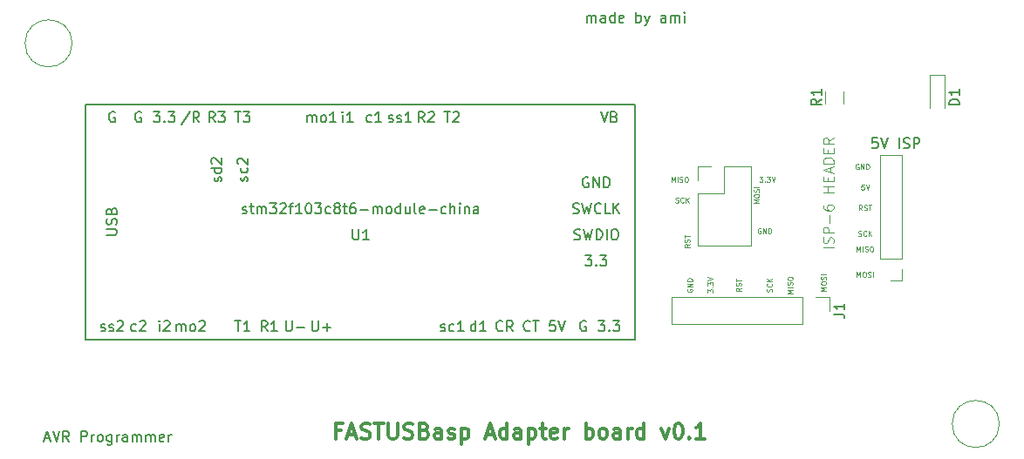
<source format=gto>
G04 #@! TF.FileFunction,Legend,Top*
%FSLAX46Y46*%
G04 Gerber Fmt 4.6, Leading zero omitted, Abs format (unit mm)*
G04 Created by KiCad (PCBNEW 4.0.7-e1-6374~58~ubuntu16.04.1) date Mon Aug  7 21:59:43 2017*
%MOMM*%
%LPD*%
G01*
G04 APERTURE LIST*
%ADD10C,0.100000*%
%ADD11C,0.150000*%
%ADD12C,0.300000*%
%ADD13C,0.200000*%
%ADD14C,0.120000*%
G04 APERTURE END LIST*
D10*
D11*
X161404761Y-138166667D02*
X161880952Y-138166667D01*
X161309523Y-138452381D02*
X161642856Y-137452381D01*
X161976190Y-138452381D01*
X162166666Y-137452381D02*
X162499999Y-138452381D01*
X162833333Y-137452381D01*
X163738095Y-138452381D02*
X163404761Y-137976190D01*
X163166666Y-138452381D02*
X163166666Y-137452381D01*
X163547619Y-137452381D01*
X163642857Y-137500000D01*
X163690476Y-137547619D01*
X163738095Y-137642857D01*
X163738095Y-137785714D01*
X163690476Y-137880952D01*
X163642857Y-137928571D01*
X163547619Y-137976190D01*
X163166666Y-137976190D01*
X164928571Y-138452381D02*
X164928571Y-137452381D01*
X165309524Y-137452381D01*
X165404762Y-137500000D01*
X165452381Y-137547619D01*
X165500000Y-137642857D01*
X165500000Y-137785714D01*
X165452381Y-137880952D01*
X165404762Y-137928571D01*
X165309524Y-137976190D01*
X164928571Y-137976190D01*
X165928571Y-138452381D02*
X165928571Y-137785714D01*
X165928571Y-137976190D02*
X165976190Y-137880952D01*
X166023809Y-137833333D01*
X166119047Y-137785714D01*
X166214286Y-137785714D01*
X166690476Y-138452381D02*
X166595238Y-138404762D01*
X166547619Y-138357143D01*
X166500000Y-138261905D01*
X166500000Y-137976190D01*
X166547619Y-137880952D01*
X166595238Y-137833333D01*
X166690476Y-137785714D01*
X166833334Y-137785714D01*
X166928572Y-137833333D01*
X166976191Y-137880952D01*
X167023810Y-137976190D01*
X167023810Y-138261905D01*
X166976191Y-138357143D01*
X166928572Y-138404762D01*
X166833334Y-138452381D01*
X166690476Y-138452381D01*
X167880953Y-137785714D02*
X167880953Y-138595238D01*
X167833334Y-138690476D01*
X167785715Y-138738095D01*
X167690476Y-138785714D01*
X167547619Y-138785714D01*
X167452381Y-138738095D01*
X167880953Y-138404762D02*
X167785715Y-138452381D01*
X167595238Y-138452381D01*
X167500000Y-138404762D01*
X167452381Y-138357143D01*
X167404762Y-138261905D01*
X167404762Y-137976190D01*
X167452381Y-137880952D01*
X167500000Y-137833333D01*
X167595238Y-137785714D01*
X167785715Y-137785714D01*
X167880953Y-137833333D01*
X168357143Y-138452381D02*
X168357143Y-137785714D01*
X168357143Y-137976190D02*
X168404762Y-137880952D01*
X168452381Y-137833333D01*
X168547619Y-137785714D01*
X168642858Y-137785714D01*
X169404763Y-138452381D02*
X169404763Y-137928571D01*
X169357144Y-137833333D01*
X169261906Y-137785714D01*
X169071429Y-137785714D01*
X168976191Y-137833333D01*
X169404763Y-138404762D02*
X169309525Y-138452381D01*
X169071429Y-138452381D01*
X168976191Y-138404762D01*
X168928572Y-138309524D01*
X168928572Y-138214286D01*
X168976191Y-138119048D01*
X169071429Y-138071429D01*
X169309525Y-138071429D01*
X169404763Y-138023810D01*
X169880953Y-138452381D02*
X169880953Y-137785714D01*
X169880953Y-137880952D02*
X169928572Y-137833333D01*
X170023810Y-137785714D01*
X170166668Y-137785714D01*
X170261906Y-137833333D01*
X170309525Y-137928571D01*
X170309525Y-138452381D01*
X170309525Y-137928571D02*
X170357144Y-137833333D01*
X170452382Y-137785714D01*
X170595239Y-137785714D01*
X170690477Y-137833333D01*
X170738096Y-137928571D01*
X170738096Y-138452381D01*
X171214286Y-138452381D02*
X171214286Y-137785714D01*
X171214286Y-137880952D02*
X171261905Y-137833333D01*
X171357143Y-137785714D01*
X171500001Y-137785714D01*
X171595239Y-137833333D01*
X171642858Y-137928571D01*
X171642858Y-138452381D01*
X171642858Y-137928571D02*
X171690477Y-137833333D01*
X171785715Y-137785714D01*
X171928572Y-137785714D01*
X172023810Y-137833333D01*
X172071429Y-137928571D01*
X172071429Y-138452381D01*
X172928572Y-138404762D02*
X172833334Y-138452381D01*
X172642857Y-138452381D01*
X172547619Y-138404762D01*
X172500000Y-138309524D01*
X172500000Y-137928571D01*
X172547619Y-137833333D01*
X172642857Y-137785714D01*
X172833334Y-137785714D01*
X172928572Y-137833333D01*
X172976191Y-137928571D01*
X172976191Y-138023810D01*
X172500000Y-138119048D01*
X173404762Y-138452381D02*
X173404762Y-137785714D01*
X173404762Y-137976190D02*
X173452381Y-137880952D01*
X173500000Y-137833333D01*
X173595238Y-137785714D01*
X173690477Y-137785714D01*
D10*
X240369047Y-111500000D02*
X240321428Y-111476190D01*
X240250000Y-111476190D01*
X240178571Y-111500000D01*
X240130952Y-111547619D01*
X240107143Y-111595238D01*
X240083333Y-111690476D01*
X240083333Y-111761905D01*
X240107143Y-111857143D01*
X240130952Y-111904762D01*
X240178571Y-111952381D01*
X240250000Y-111976190D01*
X240297619Y-111976190D01*
X240369047Y-111952381D01*
X240392857Y-111928571D01*
X240392857Y-111761905D01*
X240297619Y-111761905D01*
X240607143Y-111976190D02*
X240607143Y-111476190D01*
X240892857Y-111976190D01*
X240892857Y-111476190D01*
X241130953Y-111976190D02*
X241130953Y-111476190D01*
X241250000Y-111476190D01*
X241321429Y-111500000D01*
X241369048Y-111547619D01*
X241392857Y-111595238D01*
X241416667Y-111690476D01*
X241416667Y-111761905D01*
X241392857Y-111857143D01*
X241369048Y-111904762D01*
X241321429Y-111952381D01*
X241250000Y-111976190D01*
X241130953Y-111976190D01*
X240904763Y-113476190D02*
X240666668Y-113476190D01*
X240642858Y-113714286D01*
X240666668Y-113690476D01*
X240714287Y-113666667D01*
X240833334Y-113666667D01*
X240880953Y-113690476D01*
X240904763Y-113714286D01*
X240928572Y-113761905D01*
X240928572Y-113880952D01*
X240904763Y-113928571D01*
X240880953Y-113952381D01*
X240833334Y-113976190D01*
X240714287Y-113976190D01*
X240666668Y-113952381D01*
X240642858Y-113928571D01*
X241071429Y-113476190D02*
X241238096Y-113976190D01*
X241404762Y-113476190D01*
X240726191Y-115976190D02*
X240559524Y-115738095D01*
X240440477Y-115976190D02*
X240440477Y-115476190D01*
X240630953Y-115476190D01*
X240678572Y-115500000D01*
X240702381Y-115523810D01*
X240726191Y-115571429D01*
X240726191Y-115642857D01*
X240702381Y-115690476D01*
X240678572Y-115714286D01*
X240630953Y-115738095D01*
X240440477Y-115738095D01*
X240916667Y-115952381D02*
X240988096Y-115976190D01*
X241107143Y-115976190D01*
X241154762Y-115952381D01*
X241178572Y-115928571D01*
X241202381Y-115880952D01*
X241202381Y-115833333D01*
X241178572Y-115785714D01*
X241154762Y-115761905D01*
X241107143Y-115738095D01*
X241011905Y-115714286D01*
X240964286Y-115690476D01*
X240940477Y-115666667D01*
X240916667Y-115619048D01*
X240916667Y-115571429D01*
X240940477Y-115523810D01*
X240964286Y-115500000D01*
X241011905Y-115476190D01*
X241130953Y-115476190D01*
X241202381Y-115500000D01*
X241345238Y-115476190D02*
X241630952Y-115476190D01*
X241488095Y-115976190D02*
X241488095Y-115476190D01*
X240357143Y-118452381D02*
X240428572Y-118476190D01*
X240547619Y-118476190D01*
X240595238Y-118452381D01*
X240619048Y-118428571D01*
X240642857Y-118380952D01*
X240642857Y-118333333D01*
X240619048Y-118285714D01*
X240595238Y-118261905D01*
X240547619Y-118238095D01*
X240452381Y-118214286D01*
X240404762Y-118190476D01*
X240380953Y-118166667D01*
X240357143Y-118119048D01*
X240357143Y-118071429D01*
X240380953Y-118023810D01*
X240404762Y-118000000D01*
X240452381Y-117976190D01*
X240571429Y-117976190D01*
X240642857Y-118000000D01*
X241142857Y-118428571D02*
X241119047Y-118452381D01*
X241047619Y-118476190D01*
X241000000Y-118476190D01*
X240928571Y-118452381D01*
X240880952Y-118404762D01*
X240857143Y-118357143D01*
X240833333Y-118261905D01*
X240833333Y-118190476D01*
X240857143Y-118095238D01*
X240880952Y-118047619D01*
X240928571Y-118000000D01*
X241000000Y-117976190D01*
X241047619Y-117976190D01*
X241119047Y-118000000D01*
X241142857Y-118023810D01*
X241357143Y-118476190D02*
X241357143Y-117976190D01*
X241642857Y-118476190D02*
X241428571Y-118190476D01*
X241642857Y-117976190D02*
X241357143Y-118261905D01*
X240214286Y-119976190D02*
X240214286Y-119476190D01*
X240380952Y-119833333D01*
X240547619Y-119476190D01*
X240547619Y-119976190D01*
X240785715Y-119976190D02*
X240785715Y-119476190D01*
X241000000Y-119952381D02*
X241071429Y-119976190D01*
X241190476Y-119976190D01*
X241238095Y-119952381D01*
X241261905Y-119928571D01*
X241285714Y-119880952D01*
X241285714Y-119833333D01*
X241261905Y-119785714D01*
X241238095Y-119761905D01*
X241190476Y-119738095D01*
X241095238Y-119714286D01*
X241047619Y-119690476D01*
X241023810Y-119666667D01*
X241000000Y-119619048D01*
X241000000Y-119571429D01*
X241023810Y-119523810D01*
X241047619Y-119500000D01*
X241095238Y-119476190D01*
X241214286Y-119476190D01*
X241285714Y-119500000D01*
X241595238Y-119476190D02*
X241690476Y-119476190D01*
X241738095Y-119500000D01*
X241785714Y-119547619D01*
X241809523Y-119642857D01*
X241809523Y-119809524D01*
X241785714Y-119904762D01*
X241738095Y-119952381D01*
X241690476Y-119976190D01*
X241595238Y-119976190D01*
X241547619Y-119952381D01*
X241500000Y-119904762D01*
X241476190Y-119809524D01*
X241476190Y-119642857D01*
X241500000Y-119547619D01*
X241547619Y-119500000D01*
X241595238Y-119476190D01*
X240214286Y-122476190D02*
X240214286Y-121976190D01*
X240380952Y-122333333D01*
X240547619Y-121976190D01*
X240547619Y-122476190D01*
X240880953Y-121976190D02*
X240976191Y-121976190D01*
X241023810Y-122000000D01*
X241071429Y-122047619D01*
X241095238Y-122142857D01*
X241095238Y-122309524D01*
X241071429Y-122404762D01*
X241023810Y-122452381D01*
X240976191Y-122476190D01*
X240880953Y-122476190D01*
X240833334Y-122452381D01*
X240785715Y-122404762D01*
X240761905Y-122309524D01*
X240761905Y-122142857D01*
X240785715Y-122047619D01*
X240833334Y-122000000D01*
X240880953Y-121976190D01*
X241285715Y-122452381D02*
X241357144Y-122476190D01*
X241476191Y-122476190D01*
X241523810Y-122452381D01*
X241547620Y-122428571D01*
X241571429Y-122380952D01*
X241571429Y-122333333D01*
X241547620Y-122285714D01*
X241523810Y-122261905D01*
X241476191Y-122238095D01*
X241380953Y-122214286D01*
X241333334Y-122190476D01*
X241309525Y-122166667D01*
X241285715Y-122119048D01*
X241285715Y-122071429D01*
X241309525Y-122023810D01*
X241333334Y-122000000D01*
X241380953Y-121976190D01*
X241500001Y-121976190D01*
X241571429Y-122000000D01*
X241785715Y-122476190D02*
X241785715Y-121976190D01*
D12*
X190107144Y-137392857D02*
X189607144Y-137392857D01*
X189607144Y-138178571D02*
X189607144Y-136678571D01*
X190321430Y-136678571D01*
X190821429Y-137750000D02*
X191535715Y-137750000D01*
X190678572Y-138178571D02*
X191178572Y-136678571D01*
X191678572Y-138178571D01*
X192107143Y-138107143D02*
X192321429Y-138178571D01*
X192678572Y-138178571D01*
X192821429Y-138107143D01*
X192892858Y-138035714D01*
X192964286Y-137892857D01*
X192964286Y-137750000D01*
X192892858Y-137607143D01*
X192821429Y-137535714D01*
X192678572Y-137464286D01*
X192392858Y-137392857D01*
X192250000Y-137321429D01*
X192178572Y-137250000D01*
X192107143Y-137107143D01*
X192107143Y-136964286D01*
X192178572Y-136821429D01*
X192250000Y-136750000D01*
X192392858Y-136678571D01*
X192750000Y-136678571D01*
X192964286Y-136750000D01*
X193392857Y-136678571D02*
X194250000Y-136678571D01*
X193821429Y-138178571D02*
X193821429Y-136678571D01*
X194750000Y-136678571D02*
X194750000Y-137892857D01*
X194821428Y-138035714D01*
X194892857Y-138107143D01*
X195035714Y-138178571D01*
X195321428Y-138178571D01*
X195464286Y-138107143D01*
X195535714Y-138035714D01*
X195607143Y-137892857D01*
X195607143Y-136678571D01*
X196250000Y-138107143D02*
X196464286Y-138178571D01*
X196821429Y-138178571D01*
X196964286Y-138107143D01*
X197035715Y-138035714D01*
X197107143Y-137892857D01*
X197107143Y-137750000D01*
X197035715Y-137607143D01*
X196964286Y-137535714D01*
X196821429Y-137464286D01*
X196535715Y-137392857D01*
X196392857Y-137321429D01*
X196321429Y-137250000D01*
X196250000Y-137107143D01*
X196250000Y-136964286D01*
X196321429Y-136821429D01*
X196392857Y-136750000D01*
X196535715Y-136678571D01*
X196892857Y-136678571D01*
X197107143Y-136750000D01*
X198250000Y-137392857D02*
X198464286Y-137464286D01*
X198535714Y-137535714D01*
X198607143Y-137678571D01*
X198607143Y-137892857D01*
X198535714Y-138035714D01*
X198464286Y-138107143D01*
X198321428Y-138178571D01*
X197750000Y-138178571D01*
X197750000Y-136678571D01*
X198250000Y-136678571D01*
X198392857Y-136750000D01*
X198464286Y-136821429D01*
X198535714Y-136964286D01*
X198535714Y-137107143D01*
X198464286Y-137250000D01*
X198392857Y-137321429D01*
X198250000Y-137392857D01*
X197750000Y-137392857D01*
X199892857Y-138178571D02*
X199892857Y-137392857D01*
X199821428Y-137250000D01*
X199678571Y-137178571D01*
X199392857Y-137178571D01*
X199250000Y-137250000D01*
X199892857Y-138107143D02*
X199750000Y-138178571D01*
X199392857Y-138178571D01*
X199250000Y-138107143D01*
X199178571Y-137964286D01*
X199178571Y-137821429D01*
X199250000Y-137678571D01*
X199392857Y-137607143D01*
X199750000Y-137607143D01*
X199892857Y-137535714D01*
X200535714Y-138107143D02*
X200678571Y-138178571D01*
X200964286Y-138178571D01*
X201107143Y-138107143D01*
X201178571Y-137964286D01*
X201178571Y-137892857D01*
X201107143Y-137750000D01*
X200964286Y-137678571D01*
X200750000Y-137678571D01*
X200607143Y-137607143D01*
X200535714Y-137464286D01*
X200535714Y-137392857D01*
X200607143Y-137250000D01*
X200750000Y-137178571D01*
X200964286Y-137178571D01*
X201107143Y-137250000D01*
X201821429Y-137178571D02*
X201821429Y-138678571D01*
X201821429Y-137250000D02*
X201964286Y-137178571D01*
X202250000Y-137178571D01*
X202392857Y-137250000D01*
X202464286Y-137321429D01*
X202535715Y-137464286D01*
X202535715Y-137892857D01*
X202464286Y-138035714D01*
X202392857Y-138107143D01*
X202250000Y-138178571D01*
X201964286Y-138178571D01*
X201821429Y-138107143D01*
X204250000Y-137750000D02*
X204964286Y-137750000D01*
X204107143Y-138178571D02*
X204607143Y-136678571D01*
X205107143Y-138178571D01*
X206250000Y-138178571D02*
X206250000Y-136678571D01*
X206250000Y-138107143D02*
X206107143Y-138178571D01*
X205821429Y-138178571D01*
X205678571Y-138107143D01*
X205607143Y-138035714D01*
X205535714Y-137892857D01*
X205535714Y-137464286D01*
X205607143Y-137321429D01*
X205678571Y-137250000D01*
X205821429Y-137178571D01*
X206107143Y-137178571D01*
X206250000Y-137250000D01*
X207607143Y-138178571D02*
X207607143Y-137392857D01*
X207535714Y-137250000D01*
X207392857Y-137178571D01*
X207107143Y-137178571D01*
X206964286Y-137250000D01*
X207607143Y-138107143D02*
X207464286Y-138178571D01*
X207107143Y-138178571D01*
X206964286Y-138107143D01*
X206892857Y-137964286D01*
X206892857Y-137821429D01*
X206964286Y-137678571D01*
X207107143Y-137607143D01*
X207464286Y-137607143D01*
X207607143Y-137535714D01*
X208321429Y-137178571D02*
X208321429Y-138678571D01*
X208321429Y-137250000D02*
X208464286Y-137178571D01*
X208750000Y-137178571D01*
X208892857Y-137250000D01*
X208964286Y-137321429D01*
X209035715Y-137464286D01*
X209035715Y-137892857D01*
X208964286Y-138035714D01*
X208892857Y-138107143D01*
X208750000Y-138178571D01*
X208464286Y-138178571D01*
X208321429Y-138107143D01*
X209464286Y-137178571D02*
X210035715Y-137178571D01*
X209678572Y-136678571D02*
X209678572Y-137964286D01*
X209750000Y-138107143D01*
X209892858Y-138178571D01*
X210035715Y-138178571D01*
X211107143Y-138107143D02*
X210964286Y-138178571D01*
X210678572Y-138178571D01*
X210535715Y-138107143D01*
X210464286Y-137964286D01*
X210464286Y-137392857D01*
X210535715Y-137250000D01*
X210678572Y-137178571D01*
X210964286Y-137178571D01*
X211107143Y-137250000D01*
X211178572Y-137392857D01*
X211178572Y-137535714D01*
X210464286Y-137678571D01*
X211821429Y-138178571D02*
X211821429Y-137178571D01*
X211821429Y-137464286D02*
X211892857Y-137321429D01*
X211964286Y-137250000D01*
X212107143Y-137178571D01*
X212250000Y-137178571D01*
X213892857Y-138178571D02*
X213892857Y-136678571D01*
X213892857Y-137250000D02*
X214035714Y-137178571D01*
X214321428Y-137178571D01*
X214464285Y-137250000D01*
X214535714Y-137321429D01*
X214607143Y-137464286D01*
X214607143Y-137892857D01*
X214535714Y-138035714D01*
X214464285Y-138107143D01*
X214321428Y-138178571D01*
X214035714Y-138178571D01*
X213892857Y-138107143D01*
X215464286Y-138178571D02*
X215321428Y-138107143D01*
X215250000Y-138035714D01*
X215178571Y-137892857D01*
X215178571Y-137464286D01*
X215250000Y-137321429D01*
X215321428Y-137250000D01*
X215464286Y-137178571D01*
X215678571Y-137178571D01*
X215821428Y-137250000D01*
X215892857Y-137321429D01*
X215964286Y-137464286D01*
X215964286Y-137892857D01*
X215892857Y-138035714D01*
X215821428Y-138107143D01*
X215678571Y-138178571D01*
X215464286Y-138178571D01*
X217250000Y-138178571D02*
X217250000Y-137392857D01*
X217178571Y-137250000D01*
X217035714Y-137178571D01*
X216750000Y-137178571D01*
X216607143Y-137250000D01*
X217250000Y-138107143D02*
X217107143Y-138178571D01*
X216750000Y-138178571D01*
X216607143Y-138107143D01*
X216535714Y-137964286D01*
X216535714Y-137821429D01*
X216607143Y-137678571D01*
X216750000Y-137607143D01*
X217107143Y-137607143D01*
X217250000Y-137535714D01*
X217964286Y-138178571D02*
X217964286Y-137178571D01*
X217964286Y-137464286D02*
X218035714Y-137321429D01*
X218107143Y-137250000D01*
X218250000Y-137178571D01*
X218392857Y-137178571D01*
X219535714Y-138178571D02*
X219535714Y-136678571D01*
X219535714Y-138107143D02*
X219392857Y-138178571D01*
X219107143Y-138178571D01*
X218964285Y-138107143D01*
X218892857Y-138035714D01*
X218821428Y-137892857D01*
X218821428Y-137464286D01*
X218892857Y-137321429D01*
X218964285Y-137250000D01*
X219107143Y-137178571D01*
X219392857Y-137178571D01*
X219535714Y-137250000D01*
X221250000Y-137178571D02*
X221607143Y-138178571D01*
X221964285Y-137178571D01*
X222821428Y-136678571D02*
X222964285Y-136678571D01*
X223107142Y-136750000D01*
X223178571Y-136821429D01*
X223250000Y-136964286D01*
X223321428Y-137250000D01*
X223321428Y-137607143D01*
X223250000Y-137892857D01*
X223178571Y-138035714D01*
X223107142Y-138107143D01*
X222964285Y-138178571D01*
X222821428Y-138178571D01*
X222678571Y-138107143D01*
X222607142Y-138035714D01*
X222535714Y-137892857D01*
X222464285Y-137607143D01*
X222464285Y-137250000D01*
X222535714Y-136964286D01*
X222607142Y-136821429D01*
X222678571Y-136750000D01*
X222821428Y-136678571D01*
X223964285Y-138035714D02*
X224035713Y-138107143D01*
X223964285Y-138178571D01*
X223892856Y-138107143D01*
X223964285Y-138035714D01*
X223964285Y-138178571D01*
X225464285Y-138178571D02*
X224607142Y-138178571D01*
X225035714Y-138178571D02*
X225035714Y-136678571D01*
X224892857Y-136892857D01*
X224749999Y-137035714D01*
X224607142Y-137107143D01*
D13*
X214035714Y-97702381D02*
X214035714Y-97035714D01*
X214035714Y-97130952D02*
X214083333Y-97083333D01*
X214178571Y-97035714D01*
X214321429Y-97035714D01*
X214416667Y-97083333D01*
X214464286Y-97178571D01*
X214464286Y-97702381D01*
X214464286Y-97178571D02*
X214511905Y-97083333D01*
X214607143Y-97035714D01*
X214750000Y-97035714D01*
X214845238Y-97083333D01*
X214892857Y-97178571D01*
X214892857Y-97702381D01*
X215797619Y-97702381D02*
X215797619Y-97178571D01*
X215750000Y-97083333D01*
X215654762Y-97035714D01*
X215464285Y-97035714D01*
X215369047Y-97083333D01*
X215797619Y-97654762D02*
X215702381Y-97702381D01*
X215464285Y-97702381D01*
X215369047Y-97654762D01*
X215321428Y-97559524D01*
X215321428Y-97464286D01*
X215369047Y-97369048D01*
X215464285Y-97321429D01*
X215702381Y-97321429D01*
X215797619Y-97273810D01*
X216702381Y-97702381D02*
X216702381Y-96702381D01*
X216702381Y-97654762D02*
X216607143Y-97702381D01*
X216416666Y-97702381D01*
X216321428Y-97654762D01*
X216273809Y-97607143D01*
X216226190Y-97511905D01*
X216226190Y-97226190D01*
X216273809Y-97130952D01*
X216321428Y-97083333D01*
X216416666Y-97035714D01*
X216607143Y-97035714D01*
X216702381Y-97083333D01*
X217559524Y-97654762D02*
X217464286Y-97702381D01*
X217273809Y-97702381D01*
X217178571Y-97654762D01*
X217130952Y-97559524D01*
X217130952Y-97178571D01*
X217178571Y-97083333D01*
X217273809Y-97035714D01*
X217464286Y-97035714D01*
X217559524Y-97083333D01*
X217607143Y-97178571D01*
X217607143Y-97273810D01*
X217130952Y-97369048D01*
X218797619Y-97702381D02*
X218797619Y-96702381D01*
X218797619Y-97083333D02*
X218892857Y-97035714D01*
X219083334Y-97035714D01*
X219178572Y-97083333D01*
X219226191Y-97130952D01*
X219273810Y-97226190D01*
X219273810Y-97511905D01*
X219226191Y-97607143D01*
X219178572Y-97654762D01*
X219083334Y-97702381D01*
X218892857Y-97702381D01*
X218797619Y-97654762D01*
X219607143Y-97035714D02*
X219845238Y-97702381D01*
X220083334Y-97035714D02*
X219845238Y-97702381D01*
X219750000Y-97940476D01*
X219702381Y-97988095D01*
X219607143Y-98035714D01*
X221654763Y-97702381D02*
X221654763Y-97178571D01*
X221607144Y-97083333D01*
X221511906Y-97035714D01*
X221321429Y-97035714D01*
X221226191Y-97083333D01*
X221654763Y-97654762D02*
X221559525Y-97702381D01*
X221321429Y-97702381D01*
X221226191Y-97654762D01*
X221178572Y-97559524D01*
X221178572Y-97464286D01*
X221226191Y-97369048D01*
X221321429Y-97321429D01*
X221559525Y-97321429D01*
X221654763Y-97273810D01*
X222130953Y-97702381D02*
X222130953Y-97035714D01*
X222130953Y-97130952D02*
X222178572Y-97083333D01*
X222273810Y-97035714D01*
X222416668Y-97035714D01*
X222511906Y-97083333D01*
X222559525Y-97178571D01*
X222559525Y-97702381D01*
X222559525Y-97178571D02*
X222607144Y-97083333D01*
X222702382Y-97035714D01*
X222845239Y-97035714D01*
X222940477Y-97083333D01*
X222988096Y-97178571D01*
X222988096Y-97702381D01*
X223464286Y-97702381D02*
X223464286Y-97035714D01*
X223464286Y-96702381D02*
X223416667Y-96750000D01*
X223464286Y-96797619D01*
X223511905Y-96750000D01*
X223464286Y-96702381D01*
X223464286Y-96797619D01*
D10*
X223750000Y-123630953D02*
X223726190Y-123678572D01*
X223726190Y-123750000D01*
X223750000Y-123821429D01*
X223797619Y-123869048D01*
X223845238Y-123892857D01*
X223940476Y-123916667D01*
X224011905Y-123916667D01*
X224107143Y-123892857D01*
X224154762Y-123869048D01*
X224202381Y-123821429D01*
X224226190Y-123750000D01*
X224226190Y-123702381D01*
X224202381Y-123630953D01*
X224178571Y-123607143D01*
X224011905Y-123607143D01*
X224011905Y-123702381D01*
X224226190Y-123392857D02*
X223726190Y-123392857D01*
X224226190Y-123107143D01*
X223726190Y-123107143D01*
X224226190Y-122869047D02*
X223726190Y-122869047D01*
X223726190Y-122750000D01*
X223750000Y-122678571D01*
X223797619Y-122630952D01*
X223845238Y-122607143D01*
X223940476Y-122583333D01*
X224011905Y-122583333D01*
X224107143Y-122607143D01*
X224154762Y-122630952D01*
X224202381Y-122678571D01*
X224226190Y-122750000D01*
X224226190Y-122869047D01*
X225726190Y-123988094D02*
X225726190Y-123678571D01*
X225916667Y-123845237D01*
X225916667Y-123773809D01*
X225940476Y-123726190D01*
X225964286Y-123702380D01*
X226011905Y-123678571D01*
X226130952Y-123678571D01*
X226178571Y-123702380D01*
X226202381Y-123726190D01*
X226226190Y-123773809D01*
X226226190Y-123916666D01*
X226202381Y-123964285D01*
X226178571Y-123988094D01*
X226178571Y-123464285D02*
X226202381Y-123440476D01*
X226226190Y-123464285D01*
X226202381Y-123488095D01*
X226178571Y-123464285D01*
X226226190Y-123464285D01*
X225726190Y-123273809D02*
X225726190Y-122964286D01*
X225916667Y-123130952D01*
X225916667Y-123059524D01*
X225940476Y-123011905D01*
X225964286Y-122988095D01*
X226011905Y-122964286D01*
X226130952Y-122964286D01*
X226178571Y-122988095D01*
X226202381Y-123011905D01*
X226226190Y-123059524D01*
X226226190Y-123202381D01*
X226202381Y-123250000D01*
X226178571Y-123273809D01*
X225726190Y-122821429D02*
X226226190Y-122654762D01*
X225726190Y-122488096D01*
X228976190Y-123523809D02*
X228738095Y-123690476D01*
X228976190Y-123809523D02*
X228476190Y-123809523D01*
X228476190Y-123619047D01*
X228500000Y-123571428D01*
X228523810Y-123547619D01*
X228571429Y-123523809D01*
X228642857Y-123523809D01*
X228690476Y-123547619D01*
X228714286Y-123571428D01*
X228738095Y-123619047D01*
X228738095Y-123809523D01*
X228952381Y-123333333D02*
X228976190Y-123261904D01*
X228976190Y-123142857D01*
X228952381Y-123095238D01*
X228928571Y-123071428D01*
X228880952Y-123047619D01*
X228833333Y-123047619D01*
X228785714Y-123071428D01*
X228761905Y-123095238D01*
X228738095Y-123142857D01*
X228714286Y-123238095D01*
X228690476Y-123285714D01*
X228666667Y-123309523D01*
X228619048Y-123333333D01*
X228571429Y-123333333D01*
X228523810Y-123309523D01*
X228500000Y-123285714D01*
X228476190Y-123238095D01*
X228476190Y-123119047D01*
X228500000Y-123047619D01*
X228476190Y-122904762D02*
X228476190Y-122619048D01*
X228976190Y-122761905D02*
X228476190Y-122761905D01*
X231952381Y-123892857D02*
X231976190Y-123821428D01*
X231976190Y-123702381D01*
X231952381Y-123654762D01*
X231928571Y-123630952D01*
X231880952Y-123607143D01*
X231833333Y-123607143D01*
X231785714Y-123630952D01*
X231761905Y-123654762D01*
X231738095Y-123702381D01*
X231714286Y-123797619D01*
X231690476Y-123845238D01*
X231666667Y-123869047D01*
X231619048Y-123892857D01*
X231571429Y-123892857D01*
X231523810Y-123869047D01*
X231500000Y-123845238D01*
X231476190Y-123797619D01*
X231476190Y-123678571D01*
X231500000Y-123607143D01*
X231928571Y-123107143D02*
X231952381Y-123130953D01*
X231976190Y-123202381D01*
X231976190Y-123250000D01*
X231952381Y-123321429D01*
X231904762Y-123369048D01*
X231857143Y-123392857D01*
X231761905Y-123416667D01*
X231690476Y-123416667D01*
X231595238Y-123392857D01*
X231547619Y-123369048D01*
X231500000Y-123321429D01*
X231476190Y-123250000D01*
X231476190Y-123202381D01*
X231500000Y-123130953D01*
X231523810Y-123107143D01*
X231976190Y-122892857D02*
X231476190Y-122892857D01*
X231976190Y-122607143D02*
X231690476Y-122821429D01*
X231476190Y-122607143D02*
X231761905Y-122892857D01*
X233976190Y-124035714D02*
X233476190Y-124035714D01*
X233833333Y-123869048D01*
X233476190Y-123702381D01*
X233976190Y-123702381D01*
X233976190Y-123464285D02*
X233476190Y-123464285D01*
X233952381Y-123250000D02*
X233976190Y-123178571D01*
X233976190Y-123059524D01*
X233952381Y-123011905D01*
X233928571Y-122988095D01*
X233880952Y-122964286D01*
X233833333Y-122964286D01*
X233785714Y-122988095D01*
X233761905Y-123011905D01*
X233738095Y-123059524D01*
X233714286Y-123154762D01*
X233690476Y-123202381D01*
X233666667Y-123226190D01*
X233619048Y-123250000D01*
X233571429Y-123250000D01*
X233523810Y-123226190D01*
X233500000Y-123202381D01*
X233476190Y-123154762D01*
X233476190Y-123035714D01*
X233500000Y-122964286D01*
X233476190Y-122654762D02*
X233476190Y-122559524D01*
X233500000Y-122511905D01*
X233547619Y-122464286D01*
X233642857Y-122440477D01*
X233809524Y-122440477D01*
X233904762Y-122464286D01*
X233952381Y-122511905D01*
X233976190Y-122559524D01*
X233976190Y-122654762D01*
X233952381Y-122702381D01*
X233904762Y-122750000D01*
X233809524Y-122773810D01*
X233642857Y-122773810D01*
X233547619Y-122750000D01*
X233500000Y-122702381D01*
X233476190Y-122654762D01*
X237226190Y-123785714D02*
X236726190Y-123785714D01*
X237083333Y-123619048D01*
X236726190Y-123452381D01*
X237226190Y-123452381D01*
X236726190Y-123119047D02*
X236726190Y-123023809D01*
X236750000Y-122976190D01*
X236797619Y-122928571D01*
X236892857Y-122904762D01*
X237059524Y-122904762D01*
X237154762Y-122928571D01*
X237202381Y-122976190D01*
X237226190Y-123023809D01*
X237226190Y-123119047D01*
X237202381Y-123166666D01*
X237154762Y-123214285D01*
X237059524Y-123238095D01*
X236892857Y-123238095D01*
X236797619Y-123214285D01*
X236750000Y-123166666D01*
X236726190Y-123119047D01*
X237202381Y-122714285D02*
X237226190Y-122642856D01*
X237226190Y-122523809D01*
X237202381Y-122476190D01*
X237178571Y-122452380D01*
X237130952Y-122428571D01*
X237083333Y-122428571D01*
X237035714Y-122452380D01*
X237011905Y-122476190D01*
X236988095Y-122523809D01*
X236964286Y-122619047D01*
X236940476Y-122666666D01*
X236916667Y-122690475D01*
X236869048Y-122714285D01*
X236821429Y-122714285D01*
X236773810Y-122690475D01*
X236750000Y-122666666D01*
X236726190Y-122619047D01*
X236726190Y-122499999D01*
X236750000Y-122428571D01*
X237226190Y-122214285D02*
X236726190Y-122214285D01*
X230869047Y-117750000D02*
X230821428Y-117726190D01*
X230750000Y-117726190D01*
X230678571Y-117750000D01*
X230630952Y-117797619D01*
X230607143Y-117845238D01*
X230583333Y-117940476D01*
X230583333Y-118011905D01*
X230607143Y-118107143D01*
X230630952Y-118154762D01*
X230678571Y-118202381D01*
X230750000Y-118226190D01*
X230797619Y-118226190D01*
X230869047Y-118202381D01*
X230892857Y-118178571D01*
X230892857Y-118011905D01*
X230797619Y-118011905D01*
X231107143Y-118226190D02*
X231107143Y-117726190D01*
X231392857Y-118226190D01*
X231392857Y-117726190D01*
X231630953Y-118226190D02*
X231630953Y-117726190D01*
X231750000Y-117726190D01*
X231821429Y-117750000D01*
X231869048Y-117797619D01*
X231892857Y-117845238D01*
X231916667Y-117940476D01*
X231916667Y-118011905D01*
X231892857Y-118107143D01*
X231869048Y-118154762D01*
X231821429Y-118202381D01*
X231750000Y-118226190D01*
X231630953Y-118226190D01*
X230726190Y-115285714D02*
X230226190Y-115285714D01*
X230583333Y-115119048D01*
X230226190Y-114952381D01*
X230726190Y-114952381D01*
X230226190Y-114619047D02*
X230226190Y-114523809D01*
X230250000Y-114476190D01*
X230297619Y-114428571D01*
X230392857Y-114404762D01*
X230559524Y-114404762D01*
X230654762Y-114428571D01*
X230702381Y-114476190D01*
X230726190Y-114523809D01*
X230726190Y-114619047D01*
X230702381Y-114666666D01*
X230654762Y-114714285D01*
X230559524Y-114738095D01*
X230392857Y-114738095D01*
X230297619Y-114714285D01*
X230250000Y-114666666D01*
X230226190Y-114619047D01*
X230702381Y-114214285D02*
X230726190Y-114142856D01*
X230726190Y-114023809D01*
X230702381Y-113976190D01*
X230678571Y-113952380D01*
X230630952Y-113928571D01*
X230583333Y-113928571D01*
X230535714Y-113952380D01*
X230511905Y-113976190D01*
X230488095Y-114023809D01*
X230464286Y-114119047D01*
X230440476Y-114166666D01*
X230416667Y-114190475D01*
X230369048Y-114214285D01*
X230321429Y-114214285D01*
X230273810Y-114190475D01*
X230250000Y-114166666D01*
X230226190Y-114119047D01*
X230226190Y-113999999D01*
X230250000Y-113928571D01*
X230726190Y-113714285D02*
X230226190Y-113714285D01*
X230761906Y-112726190D02*
X231071429Y-112726190D01*
X230904763Y-112916667D01*
X230976191Y-112916667D01*
X231023810Y-112940476D01*
X231047620Y-112964286D01*
X231071429Y-113011905D01*
X231071429Y-113130952D01*
X231047620Y-113178571D01*
X231023810Y-113202381D01*
X230976191Y-113226190D01*
X230833334Y-113226190D01*
X230785715Y-113202381D01*
X230761906Y-113178571D01*
X231285715Y-113178571D02*
X231309524Y-113202381D01*
X231285715Y-113226190D01*
X231261905Y-113202381D01*
X231285715Y-113178571D01*
X231285715Y-113226190D01*
X231476191Y-112726190D02*
X231785714Y-112726190D01*
X231619048Y-112916667D01*
X231690476Y-112916667D01*
X231738095Y-112940476D01*
X231761905Y-112964286D01*
X231785714Y-113011905D01*
X231785714Y-113130952D01*
X231761905Y-113178571D01*
X231738095Y-113202381D01*
X231690476Y-113226190D01*
X231547619Y-113226190D01*
X231500000Y-113202381D01*
X231476191Y-113178571D01*
X231928571Y-112726190D02*
X232095238Y-113226190D01*
X232261904Y-112726190D01*
X237942381Y-119609524D02*
X236942381Y-119609524D01*
X237894762Y-119180953D02*
X237942381Y-119038096D01*
X237942381Y-118800000D01*
X237894762Y-118704762D01*
X237847143Y-118657143D01*
X237751905Y-118609524D01*
X237656667Y-118609524D01*
X237561429Y-118657143D01*
X237513810Y-118704762D01*
X237466190Y-118800000D01*
X237418571Y-118990477D01*
X237370952Y-119085715D01*
X237323333Y-119133334D01*
X237228095Y-119180953D01*
X237132857Y-119180953D01*
X237037619Y-119133334D01*
X236990000Y-119085715D01*
X236942381Y-118990477D01*
X236942381Y-118752381D01*
X236990000Y-118609524D01*
X237942381Y-118180953D02*
X236942381Y-118180953D01*
X236942381Y-117800000D01*
X236990000Y-117704762D01*
X237037619Y-117657143D01*
X237132857Y-117609524D01*
X237275714Y-117609524D01*
X237370952Y-117657143D01*
X237418571Y-117704762D01*
X237466190Y-117800000D01*
X237466190Y-118180953D01*
X237561429Y-117180953D02*
X237561429Y-116419048D01*
X236942381Y-115514286D02*
X236942381Y-115704763D01*
X236990000Y-115800001D01*
X237037619Y-115847620D01*
X237180476Y-115942858D01*
X237370952Y-115990477D01*
X237751905Y-115990477D01*
X237847143Y-115942858D01*
X237894762Y-115895239D01*
X237942381Y-115800001D01*
X237942381Y-115609524D01*
X237894762Y-115514286D01*
X237847143Y-115466667D01*
X237751905Y-115419048D01*
X237513810Y-115419048D01*
X237418571Y-115466667D01*
X237370952Y-115514286D01*
X237323333Y-115609524D01*
X237323333Y-115800001D01*
X237370952Y-115895239D01*
X237418571Y-115942858D01*
X237513810Y-115990477D01*
X237942381Y-114228572D02*
X236942381Y-114228572D01*
X237418571Y-114228572D02*
X237418571Y-113657143D01*
X237942381Y-113657143D02*
X236942381Y-113657143D01*
X237418571Y-113180953D02*
X237418571Y-112847619D01*
X237942381Y-112704762D02*
X237942381Y-113180953D01*
X236942381Y-113180953D01*
X236942381Y-112704762D01*
X237656667Y-112323810D02*
X237656667Y-111847619D01*
X237942381Y-112419048D02*
X236942381Y-112085715D01*
X237942381Y-111752381D01*
X237942381Y-111419048D02*
X236942381Y-111419048D01*
X236942381Y-111180953D01*
X236990000Y-111038095D01*
X237085238Y-110942857D01*
X237180476Y-110895238D01*
X237370952Y-110847619D01*
X237513810Y-110847619D01*
X237704286Y-110895238D01*
X237799524Y-110942857D01*
X237894762Y-111038095D01*
X237942381Y-111180953D01*
X237942381Y-111419048D01*
X237418571Y-110419048D02*
X237418571Y-110085714D01*
X237942381Y-109942857D02*
X237942381Y-110419048D01*
X236942381Y-110419048D01*
X236942381Y-109942857D01*
X237942381Y-108942857D02*
X237466190Y-109276191D01*
X237942381Y-109514286D02*
X236942381Y-109514286D01*
X236942381Y-109133333D01*
X236990000Y-109038095D01*
X237037619Y-108990476D01*
X237132857Y-108942857D01*
X237275714Y-108942857D01*
X237370952Y-108990476D01*
X237418571Y-109038095D01*
X237466190Y-109133333D01*
X237466190Y-109514286D01*
X223976190Y-119273809D02*
X223738095Y-119440476D01*
X223976190Y-119559523D02*
X223476190Y-119559523D01*
X223476190Y-119369047D01*
X223500000Y-119321428D01*
X223523810Y-119297619D01*
X223571429Y-119273809D01*
X223642857Y-119273809D01*
X223690476Y-119297619D01*
X223714286Y-119321428D01*
X223738095Y-119369047D01*
X223738095Y-119559523D01*
X223952381Y-119083333D02*
X223976190Y-119011904D01*
X223976190Y-118892857D01*
X223952381Y-118845238D01*
X223928571Y-118821428D01*
X223880952Y-118797619D01*
X223833333Y-118797619D01*
X223785714Y-118821428D01*
X223761905Y-118845238D01*
X223738095Y-118892857D01*
X223714286Y-118988095D01*
X223690476Y-119035714D01*
X223666667Y-119059523D01*
X223619048Y-119083333D01*
X223571429Y-119083333D01*
X223523810Y-119059523D01*
X223500000Y-119035714D01*
X223476190Y-118988095D01*
X223476190Y-118869047D01*
X223500000Y-118797619D01*
X223476190Y-118654762D02*
X223476190Y-118369048D01*
X223976190Y-118511905D02*
X223476190Y-118511905D01*
X222607143Y-115202381D02*
X222678572Y-115226190D01*
X222797619Y-115226190D01*
X222845238Y-115202381D01*
X222869048Y-115178571D01*
X222892857Y-115130952D01*
X222892857Y-115083333D01*
X222869048Y-115035714D01*
X222845238Y-115011905D01*
X222797619Y-114988095D01*
X222702381Y-114964286D01*
X222654762Y-114940476D01*
X222630953Y-114916667D01*
X222607143Y-114869048D01*
X222607143Y-114821429D01*
X222630953Y-114773810D01*
X222654762Y-114750000D01*
X222702381Y-114726190D01*
X222821429Y-114726190D01*
X222892857Y-114750000D01*
X223392857Y-115178571D02*
X223369047Y-115202381D01*
X223297619Y-115226190D01*
X223250000Y-115226190D01*
X223178571Y-115202381D01*
X223130952Y-115154762D01*
X223107143Y-115107143D01*
X223083333Y-115011905D01*
X223083333Y-114940476D01*
X223107143Y-114845238D01*
X223130952Y-114797619D01*
X223178571Y-114750000D01*
X223250000Y-114726190D01*
X223297619Y-114726190D01*
X223369047Y-114750000D01*
X223392857Y-114773810D01*
X223607143Y-115226190D02*
X223607143Y-114726190D01*
X223892857Y-115226190D02*
X223678571Y-114940476D01*
X223892857Y-114726190D02*
X223607143Y-115011905D01*
X222214286Y-113226190D02*
X222214286Y-112726190D01*
X222380952Y-113083333D01*
X222547619Y-112726190D01*
X222547619Y-113226190D01*
X222785715Y-113226190D02*
X222785715Y-112726190D01*
X223000000Y-113202381D02*
X223071429Y-113226190D01*
X223190476Y-113226190D01*
X223238095Y-113202381D01*
X223261905Y-113178571D01*
X223285714Y-113130952D01*
X223285714Y-113083333D01*
X223261905Y-113035714D01*
X223238095Y-113011905D01*
X223190476Y-112988095D01*
X223095238Y-112964286D01*
X223047619Y-112940476D01*
X223023810Y-112916667D01*
X223000000Y-112869048D01*
X223000000Y-112821429D01*
X223023810Y-112773810D01*
X223047619Y-112750000D01*
X223095238Y-112726190D01*
X223214286Y-112726190D01*
X223285714Y-112750000D01*
X223595238Y-112726190D02*
X223690476Y-112726190D01*
X223738095Y-112750000D01*
X223785714Y-112797619D01*
X223809523Y-112892857D01*
X223809523Y-113059524D01*
X223785714Y-113154762D01*
X223738095Y-113202381D01*
X223690476Y-113226190D01*
X223595238Y-113226190D01*
X223547619Y-113202381D01*
X223500000Y-113154762D01*
X223476190Y-113059524D01*
X223476190Y-112892857D01*
X223500000Y-112797619D01*
X223547619Y-112750000D01*
X223595238Y-112726190D01*
D14*
X254036000Y-136750000D02*
G75*
G03X254036000Y-136750000I-2286000J0D01*
G01*
X224730000Y-114300000D02*
X224730000Y-119440000D01*
X224730000Y-119440000D02*
X229930000Y-119440000D01*
X229930000Y-119440000D02*
X229930000Y-111700000D01*
X229930000Y-111700000D02*
X227330000Y-111700000D01*
X227330000Y-111700000D02*
X227330000Y-114300000D01*
X227330000Y-114300000D02*
X224730000Y-114300000D01*
X224730000Y-113030000D02*
X224730000Y-111700000D01*
X224730000Y-111700000D02*
X226060000Y-111700000D01*
D11*
X165375001Y-128545001D02*
X218715001Y-128545001D01*
X218715001Y-105685001D02*
X165375001Y-105685001D01*
X218715001Y-128545001D02*
X218715001Y-105685001D01*
X165375001Y-105685001D02*
X165375001Y-128545001D01*
D14*
X234950000Y-124400000D02*
X222190000Y-124400000D01*
X222190000Y-124400000D02*
X222190000Y-127060000D01*
X222190000Y-127060000D02*
X234950000Y-127060000D01*
X234950000Y-127060000D02*
X234950000Y-124400000D01*
X236220000Y-124400000D02*
X237550000Y-124400000D01*
X237550000Y-124400000D02*
X237550000Y-125730000D01*
X244560000Y-110640000D02*
X242440000Y-110640000D01*
X244560000Y-120700000D02*
X244560000Y-110640000D01*
X242440000Y-120700000D02*
X242440000Y-110640000D01*
X244560000Y-120700000D02*
X242440000Y-120700000D01*
X244560000Y-121700000D02*
X244560000Y-122760000D01*
X244560000Y-122760000D02*
X243500000Y-122760000D01*
X247250000Y-106000000D02*
X247250000Y-102800000D01*
X248750000Y-102800000D02*
X248750000Y-106000000D01*
X248750000Y-102800000D02*
X247250000Y-102800000D01*
X238880000Y-104400000D02*
X238880000Y-105600000D01*
X237120000Y-105600000D02*
X237120000Y-104400000D01*
X164036000Y-99750000D02*
G75*
G03X164036000Y-99750000I-2286000J0D01*
G01*
D11*
X191283096Y-117837382D02*
X191283096Y-118646906D01*
X191330715Y-118742144D01*
X191378334Y-118789763D01*
X191473572Y-118837382D01*
X191664049Y-118837382D01*
X191759287Y-118789763D01*
X191806906Y-118742144D01*
X191854525Y-118646906D01*
X191854525Y-117837382D01*
X192854525Y-118837382D02*
X192283096Y-118837382D01*
X192568810Y-118837382D02*
X192568810Y-117837382D01*
X192473572Y-117980239D01*
X192378334Y-118075477D01*
X192283096Y-118123096D01*
X180568810Y-116249763D02*
X180664048Y-116297382D01*
X180854524Y-116297382D01*
X180949763Y-116249763D01*
X180997382Y-116154525D01*
X180997382Y-116106906D01*
X180949763Y-116011668D01*
X180854524Y-115964049D01*
X180711667Y-115964049D01*
X180616429Y-115916430D01*
X180568810Y-115821191D01*
X180568810Y-115773572D01*
X180616429Y-115678334D01*
X180711667Y-115630715D01*
X180854524Y-115630715D01*
X180949763Y-115678334D01*
X181283096Y-115630715D02*
X181664048Y-115630715D01*
X181425953Y-115297382D02*
X181425953Y-116154525D01*
X181473572Y-116249763D01*
X181568810Y-116297382D01*
X181664048Y-116297382D01*
X181997382Y-116297382D02*
X181997382Y-115630715D01*
X181997382Y-115725953D02*
X182045001Y-115678334D01*
X182140239Y-115630715D01*
X182283097Y-115630715D01*
X182378335Y-115678334D01*
X182425954Y-115773572D01*
X182425954Y-116297382D01*
X182425954Y-115773572D02*
X182473573Y-115678334D01*
X182568811Y-115630715D01*
X182711668Y-115630715D01*
X182806906Y-115678334D01*
X182854525Y-115773572D01*
X182854525Y-116297382D01*
X183235477Y-115297382D02*
X183854525Y-115297382D01*
X183521191Y-115678334D01*
X183664049Y-115678334D01*
X183759287Y-115725953D01*
X183806906Y-115773572D01*
X183854525Y-115868811D01*
X183854525Y-116106906D01*
X183806906Y-116202144D01*
X183759287Y-116249763D01*
X183664049Y-116297382D01*
X183378334Y-116297382D01*
X183283096Y-116249763D01*
X183235477Y-116202144D01*
X184235477Y-115392620D02*
X184283096Y-115345001D01*
X184378334Y-115297382D01*
X184616430Y-115297382D01*
X184711668Y-115345001D01*
X184759287Y-115392620D01*
X184806906Y-115487858D01*
X184806906Y-115583096D01*
X184759287Y-115725953D01*
X184187858Y-116297382D01*
X184806906Y-116297382D01*
X185092620Y-115630715D02*
X185473572Y-115630715D01*
X185235477Y-116297382D02*
X185235477Y-115440239D01*
X185283096Y-115345001D01*
X185378334Y-115297382D01*
X185473572Y-115297382D01*
X186330716Y-116297382D02*
X185759287Y-116297382D01*
X186045001Y-116297382D02*
X186045001Y-115297382D01*
X185949763Y-115440239D01*
X185854525Y-115535477D01*
X185759287Y-115583096D01*
X186949763Y-115297382D02*
X187045002Y-115297382D01*
X187140240Y-115345001D01*
X187187859Y-115392620D01*
X187235478Y-115487858D01*
X187283097Y-115678334D01*
X187283097Y-115916430D01*
X187235478Y-116106906D01*
X187187859Y-116202144D01*
X187140240Y-116249763D01*
X187045002Y-116297382D01*
X186949763Y-116297382D01*
X186854525Y-116249763D01*
X186806906Y-116202144D01*
X186759287Y-116106906D01*
X186711668Y-115916430D01*
X186711668Y-115678334D01*
X186759287Y-115487858D01*
X186806906Y-115392620D01*
X186854525Y-115345001D01*
X186949763Y-115297382D01*
X187616430Y-115297382D02*
X188235478Y-115297382D01*
X187902144Y-115678334D01*
X188045002Y-115678334D01*
X188140240Y-115725953D01*
X188187859Y-115773572D01*
X188235478Y-115868811D01*
X188235478Y-116106906D01*
X188187859Y-116202144D01*
X188140240Y-116249763D01*
X188045002Y-116297382D01*
X187759287Y-116297382D01*
X187664049Y-116249763D01*
X187616430Y-116202144D01*
X189092621Y-116249763D02*
X188997383Y-116297382D01*
X188806906Y-116297382D01*
X188711668Y-116249763D01*
X188664049Y-116202144D01*
X188616430Y-116106906D01*
X188616430Y-115821191D01*
X188664049Y-115725953D01*
X188711668Y-115678334D01*
X188806906Y-115630715D01*
X188997383Y-115630715D01*
X189092621Y-115678334D01*
X189664049Y-115725953D02*
X189568811Y-115678334D01*
X189521192Y-115630715D01*
X189473573Y-115535477D01*
X189473573Y-115487858D01*
X189521192Y-115392620D01*
X189568811Y-115345001D01*
X189664049Y-115297382D01*
X189854526Y-115297382D01*
X189949764Y-115345001D01*
X189997383Y-115392620D01*
X190045002Y-115487858D01*
X190045002Y-115535477D01*
X189997383Y-115630715D01*
X189949764Y-115678334D01*
X189854526Y-115725953D01*
X189664049Y-115725953D01*
X189568811Y-115773572D01*
X189521192Y-115821191D01*
X189473573Y-115916430D01*
X189473573Y-116106906D01*
X189521192Y-116202144D01*
X189568811Y-116249763D01*
X189664049Y-116297382D01*
X189854526Y-116297382D01*
X189949764Y-116249763D01*
X189997383Y-116202144D01*
X190045002Y-116106906D01*
X190045002Y-115916430D01*
X189997383Y-115821191D01*
X189949764Y-115773572D01*
X189854526Y-115725953D01*
X190330716Y-115630715D02*
X190711668Y-115630715D01*
X190473573Y-115297382D02*
X190473573Y-116154525D01*
X190521192Y-116249763D01*
X190616430Y-116297382D01*
X190711668Y-116297382D01*
X191473574Y-115297382D02*
X191283097Y-115297382D01*
X191187859Y-115345001D01*
X191140240Y-115392620D01*
X191045002Y-115535477D01*
X190997383Y-115725953D01*
X190997383Y-116106906D01*
X191045002Y-116202144D01*
X191092621Y-116249763D01*
X191187859Y-116297382D01*
X191378336Y-116297382D01*
X191473574Y-116249763D01*
X191521193Y-116202144D01*
X191568812Y-116106906D01*
X191568812Y-115868811D01*
X191521193Y-115773572D01*
X191473574Y-115725953D01*
X191378336Y-115678334D01*
X191187859Y-115678334D01*
X191092621Y-115725953D01*
X191045002Y-115773572D01*
X190997383Y-115868811D01*
X191997383Y-115916430D02*
X192759288Y-115916430D01*
X193235478Y-116297382D02*
X193235478Y-115630715D01*
X193235478Y-115725953D02*
X193283097Y-115678334D01*
X193378335Y-115630715D01*
X193521193Y-115630715D01*
X193616431Y-115678334D01*
X193664050Y-115773572D01*
X193664050Y-116297382D01*
X193664050Y-115773572D02*
X193711669Y-115678334D01*
X193806907Y-115630715D01*
X193949764Y-115630715D01*
X194045002Y-115678334D01*
X194092621Y-115773572D01*
X194092621Y-116297382D01*
X194711668Y-116297382D02*
X194616430Y-116249763D01*
X194568811Y-116202144D01*
X194521192Y-116106906D01*
X194521192Y-115821191D01*
X194568811Y-115725953D01*
X194616430Y-115678334D01*
X194711668Y-115630715D01*
X194854526Y-115630715D01*
X194949764Y-115678334D01*
X194997383Y-115725953D01*
X195045002Y-115821191D01*
X195045002Y-116106906D01*
X194997383Y-116202144D01*
X194949764Y-116249763D01*
X194854526Y-116297382D01*
X194711668Y-116297382D01*
X195902145Y-116297382D02*
X195902145Y-115297382D01*
X195902145Y-116249763D02*
X195806907Y-116297382D01*
X195616430Y-116297382D01*
X195521192Y-116249763D01*
X195473573Y-116202144D01*
X195425954Y-116106906D01*
X195425954Y-115821191D01*
X195473573Y-115725953D01*
X195521192Y-115678334D01*
X195616430Y-115630715D01*
X195806907Y-115630715D01*
X195902145Y-115678334D01*
X196806907Y-115630715D02*
X196806907Y-116297382D01*
X196378335Y-115630715D02*
X196378335Y-116154525D01*
X196425954Y-116249763D01*
X196521192Y-116297382D01*
X196664050Y-116297382D01*
X196759288Y-116249763D01*
X196806907Y-116202144D01*
X197425954Y-116297382D02*
X197330716Y-116249763D01*
X197283097Y-116154525D01*
X197283097Y-115297382D01*
X198187860Y-116249763D02*
X198092622Y-116297382D01*
X197902145Y-116297382D01*
X197806907Y-116249763D01*
X197759288Y-116154525D01*
X197759288Y-115773572D01*
X197806907Y-115678334D01*
X197902145Y-115630715D01*
X198092622Y-115630715D01*
X198187860Y-115678334D01*
X198235479Y-115773572D01*
X198235479Y-115868811D01*
X197759288Y-115964049D01*
X198664050Y-115916430D02*
X199425955Y-115916430D01*
X200330717Y-116249763D02*
X200235479Y-116297382D01*
X200045002Y-116297382D01*
X199949764Y-116249763D01*
X199902145Y-116202144D01*
X199854526Y-116106906D01*
X199854526Y-115821191D01*
X199902145Y-115725953D01*
X199949764Y-115678334D01*
X200045002Y-115630715D01*
X200235479Y-115630715D01*
X200330717Y-115678334D01*
X200759288Y-116297382D02*
X200759288Y-115297382D01*
X201187860Y-116297382D02*
X201187860Y-115773572D01*
X201140241Y-115678334D01*
X201045003Y-115630715D01*
X200902145Y-115630715D01*
X200806907Y-115678334D01*
X200759288Y-115725953D01*
X201664050Y-116297382D02*
X201664050Y-115630715D01*
X201664050Y-115297382D02*
X201616431Y-115345001D01*
X201664050Y-115392620D01*
X201711669Y-115345001D01*
X201664050Y-115297382D01*
X201664050Y-115392620D01*
X202140240Y-115630715D02*
X202140240Y-116297382D01*
X202140240Y-115725953D02*
X202187859Y-115678334D01*
X202283097Y-115630715D01*
X202425955Y-115630715D01*
X202521193Y-115678334D01*
X202568812Y-115773572D01*
X202568812Y-116297382D01*
X203473574Y-116297382D02*
X203473574Y-115773572D01*
X203425955Y-115678334D01*
X203330717Y-115630715D01*
X203140240Y-115630715D01*
X203045002Y-115678334D01*
X203473574Y-116249763D02*
X203378336Y-116297382D01*
X203140240Y-116297382D01*
X203045002Y-116249763D01*
X202997383Y-116154525D01*
X202997383Y-116059287D01*
X203045002Y-115964049D01*
X203140240Y-115916430D01*
X203378336Y-115916430D01*
X203473574Y-115868811D01*
X181019763Y-113154049D02*
X181067382Y-113058811D01*
X181067382Y-112868335D01*
X181019763Y-112773096D01*
X180924525Y-112725477D01*
X180876906Y-112725477D01*
X180781668Y-112773096D01*
X180734049Y-112868335D01*
X180734049Y-113011192D01*
X180686430Y-113106430D01*
X180591191Y-113154049D01*
X180543572Y-113154049D01*
X180448334Y-113106430D01*
X180400715Y-113011192D01*
X180400715Y-112868335D01*
X180448334Y-112773096D01*
X181019763Y-111868334D02*
X181067382Y-111963572D01*
X181067382Y-112154049D01*
X181019763Y-112249287D01*
X180972144Y-112296906D01*
X180876906Y-112344525D01*
X180591191Y-112344525D01*
X180495953Y-112296906D01*
X180448334Y-112249287D01*
X180400715Y-112154049D01*
X180400715Y-111963572D01*
X180448334Y-111868334D01*
X180162620Y-111487382D02*
X180115001Y-111439763D01*
X180067382Y-111344525D01*
X180067382Y-111106429D01*
X180115001Y-111011191D01*
X180162620Y-110963572D01*
X180257858Y-110915953D01*
X180353096Y-110915953D01*
X180495953Y-110963572D01*
X181067382Y-111535001D01*
X181067382Y-110915953D01*
X178479763Y-113177858D02*
X178527382Y-113082620D01*
X178527382Y-112892144D01*
X178479763Y-112796905D01*
X178384525Y-112749286D01*
X178336906Y-112749286D01*
X178241668Y-112796905D01*
X178194049Y-112892144D01*
X178194049Y-113035001D01*
X178146430Y-113130239D01*
X178051191Y-113177858D01*
X178003572Y-113177858D01*
X177908334Y-113130239D01*
X177860715Y-113035001D01*
X177860715Y-112892144D01*
X177908334Y-112796905D01*
X178527382Y-111892143D02*
X177527382Y-111892143D01*
X178479763Y-111892143D02*
X178527382Y-111987381D01*
X178527382Y-112177858D01*
X178479763Y-112273096D01*
X178432144Y-112320715D01*
X178336906Y-112368334D01*
X178051191Y-112368334D01*
X177955953Y-112320715D01*
X177908334Y-112273096D01*
X177860715Y-112177858D01*
X177860715Y-111987381D01*
X177908334Y-111892143D01*
X177622620Y-111463572D02*
X177575001Y-111415953D01*
X177527382Y-111320715D01*
X177527382Y-111082619D01*
X177575001Y-110987381D01*
X177622620Y-110939762D01*
X177717858Y-110892143D01*
X177813096Y-110892143D01*
X177955953Y-110939762D01*
X178527382Y-111511191D01*
X178527382Y-110892143D01*
X174177858Y-127727382D02*
X174177858Y-127060715D01*
X174177858Y-127155953D02*
X174225477Y-127108334D01*
X174320715Y-127060715D01*
X174463573Y-127060715D01*
X174558811Y-127108334D01*
X174606430Y-127203572D01*
X174606430Y-127727382D01*
X174606430Y-127203572D02*
X174654049Y-127108334D01*
X174749287Y-127060715D01*
X174892144Y-127060715D01*
X174987382Y-127108334D01*
X175035001Y-127203572D01*
X175035001Y-127727382D01*
X175654048Y-127727382D02*
X175558810Y-127679763D01*
X175511191Y-127632144D01*
X175463572Y-127536906D01*
X175463572Y-127251191D01*
X175511191Y-127155953D01*
X175558810Y-127108334D01*
X175654048Y-127060715D01*
X175796906Y-127060715D01*
X175892144Y-127108334D01*
X175939763Y-127155953D01*
X175987382Y-127251191D01*
X175987382Y-127536906D01*
X175939763Y-127632144D01*
X175892144Y-127679763D01*
X175796906Y-127727382D01*
X175654048Y-127727382D01*
X176368334Y-126822620D02*
X176415953Y-126775001D01*
X176511191Y-126727382D01*
X176749287Y-126727382D01*
X176844525Y-126775001D01*
X176892144Y-126822620D01*
X176939763Y-126917858D01*
X176939763Y-127013096D01*
X176892144Y-127155953D01*
X176320715Y-127727382D01*
X176939763Y-127727382D01*
X172518811Y-127727382D02*
X172518811Y-127060715D01*
X172518811Y-126727382D02*
X172471192Y-126775001D01*
X172518811Y-126822620D01*
X172566430Y-126775001D01*
X172518811Y-126727382D01*
X172518811Y-126822620D01*
X172947382Y-126822620D02*
X172995001Y-126775001D01*
X173090239Y-126727382D01*
X173328335Y-126727382D01*
X173423573Y-126775001D01*
X173471192Y-126822620D01*
X173518811Y-126917858D01*
X173518811Y-127013096D01*
X173471192Y-127155953D01*
X172899763Y-127727382D01*
X173518811Y-127727382D01*
X170216906Y-127679763D02*
X170121668Y-127727382D01*
X169931191Y-127727382D01*
X169835953Y-127679763D01*
X169788334Y-127632144D01*
X169740715Y-127536906D01*
X169740715Y-127251191D01*
X169788334Y-127155953D01*
X169835953Y-127108334D01*
X169931191Y-127060715D01*
X170121668Y-127060715D01*
X170216906Y-127108334D01*
X170597858Y-126822620D02*
X170645477Y-126775001D01*
X170740715Y-126727382D01*
X170978811Y-126727382D01*
X171074049Y-126775001D01*
X171121668Y-126822620D01*
X171169287Y-126917858D01*
X171169287Y-127013096D01*
X171121668Y-127155953D01*
X170550239Y-127727382D01*
X171169287Y-127727382D01*
X166819763Y-127679763D02*
X166915001Y-127727382D01*
X167105477Y-127727382D01*
X167200716Y-127679763D01*
X167248335Y-127584525D01*
X167248335Y-127536906D01*
X167200716Y-127441668D01*
X167105477Y-127394049D01*
X166962620Y-127394049D01*
X166867382Y-127346430D01*
X166819763Y-127251191D01*
X166819763Y-127203572D01*
X166867382Y-127108334D01*
X166962620Y-127060715D01*
X167105477Y-127060715D01*
X167200716Y-127108334D01*
X167629287Y-127679763D02*
X167724525Y-127727382D01*
X167915001Y-127727382D01*
X168010240Y-127679763D01*
X168057859Y-127584525D01*
X168057859Y-127536906D01*
X168010240Y-127441668D01*
X167915001Y-127394049D01*
X167772144Y-127394049D01*
X167676906Y-127346430D01*
X167629287Y-127251191D01*
X167629287Y-127203572D01*
X167676906Y-127108334D01*
X167772144Y-127060715D01*
X167915001Y-127060715D01*
X168010240Y-127108334D01*
X168438811Y-126822620D02*
X168486430Y-126775001D01*
X168581668Y-126727382D01*
X168819764Y-126727382D01*
X168915002Y-126775001D01*
X168962621Y-126822620D01*
X169010240Y-126917858D01*
X169010240Y-127013096D01*
X168962621Y-127155953D01*
X168391192Y-127727382D01*
X169010240Y-127727382D01*
X203213097Y-127727382D02*
X203213097Y-126727382D01*
X203213097Y-127679763D02*
X203117859Y-127727382D01*
X202927382Y-127727382D01*
X202832144Y-127679763D01*
X202784525Y-127632144D01*
X202736906Y-127536906D01*
X202736906Y-127251191D01*
X202784525Y-127155953D01*
X202832144Y-127108334D01*
X202927382Y-127060715D01*
X203117859Y-127060715D01*
X203213097Y-127108334D01*
X204213097Y-127727382D02*
X203641668Y-127727382D01*
X203927382Y-127727382D02*
X203927382Y-126727382D01*
X203832144Y-126870239D01*
X203736906Y-126965477D01*
X203641668Y-127013096D01*
X199815953Y-127679763D02*
X199911191Y-127727382D01*
X200101667Y-127727382D01*
X200196906Y-127679763D01*
X200244525Y-127584525D01*
X200244525Y-127536906D01*
X200196906Y-127441668D01*
X200101667Y-127394049D01*
X199958810Y-127394049D01*
X199863572Y-127346430D01*
X199815953Y-127251191D01*
X199815953Y-127203572D01*
X199863572Y-127108334D01*
X199958810Y-127060715D01*
X200101667Y-127060715D01*
X200196906Y-127108334D01*
X201101668Y-127679763D02*
X201006430Y-127727382D01*
X200815953Y-127727382D01*
X200720715Y-127679763D01*
X200673096Y-127632144D01*
X200625477Y-127536906D01*
X200625477Y-127251191D01*
X200673096Y-127155953D01*
X200720715Y-127108334D01*
X200815953Y-127060715D01*
X201006430Y-127060715D01*
X201101668Y-127108334D01*
X202054049Y-127727382D02*
X201482620Y-127727382D01*
X201768334Y-127727382D02*
X201768334Y-126727382D01*
X201673096Y-126870239D01*
X201577858Y-126965477D01*
X201482620Y-127013096D01*
X200173096Y-106407382D02*
X200744525Y-106407382D01*
X200458810Y-107407382D02*
X200458810Y-106407382D01*
X201030239Y-106502620D02*
X201077858Y-106455001D01*
X201173096Y-106407382D01*
X201411192Y-106407382D01*
X201506430Y-106455001D01*
X201554049Y-106502620D01*
X201601668Y-106597858D01*
X201601668Y-106693096D01*
X201554049Y-106835953D01*
X200982620Y-107407382D01*
X201601668Y-107407382D01*
X198228335Y-107407382D02*
X197895001Y-106931191D01*
X197656906Y-107407382D02*
X197656906Y-106407382D01*
X198037859Y-106407382D01*
X198133097Y-106455001D01*
X198180716Y-106502620D01*
X198228335Y-106597858D01*
X198228335Y-106740715D01*
X198180716Y-106835953D01*
X198133097Y-106883572D01*
X198037859Y-106931191D01*
X197656906Y-106931191D01*
X198609287Y-106502620D02*
X198656906Y-106455001D01*
X198752144Y-106407382D01*
X198990240Y-106407382D01*
X199085478Y-106455001D01*
X199133097Y-106502620D01*
X199180716Y-106597858D01*
X199180716Y-106693096D01*
X199133097Y-106835953D01*
X198561668Y-107407382D01*
X199180716Y-107407382D01*
X194759763Y-107359763D02*
X194855001Y-107407382D01*
X195045477Y-107407382D01*
X195140716Y-107359763D01*
X195188335Y-107264525D01*
X195188335Y-107216906D01*
X195140716Y-107121668D01*
X195045477Y-107074049D01*
X194902620Y-107074049D01*
X194807382Y-107026430D01*
X194759763Y-106931191D01*
X194759763Y-106883572D01*
X194807382Y-106788334D01*
X194902620Y-106740715D01*
X195045477Y-106740715D01*
X195140716Y-106788334D01*
X195569287Y-107359763D02*
X195664525Y-107407382D01*
X195855001Y-107407382D01*
X195950240Y-107359763D01*
X195997859Y-107264525D01*
X195997859Y-107216906D01*
X195950240Y-107121668D01*
X195855001Y-107074049D01*
X195712144Y-107074049D01*
X195616906Y-107026430D01*
X195569287Y-106931191D01*
X195569287Y-106883572D01*
X195616906Y-106788334D01*
X195712144Y-106740715D01*
X195855001Y-106740715D01*
X195950240Y-106788334D01*
X196950240Y-107407382D02*
X196378811Y-107407382D01*
X196664525Y-107407382D02*
X196664525Y-106407382D01*
X196569287Y-106550239D01*
X196474049Y-106645477D01*
X196378811Y-106693096D01*
X193076906Y-107359763D02*
X192981668Y-107407382D01*
X192791191Y-107407382D01*
X192695953Y-107359763D01*
X192648334Y-107312144D01*
X192600715Y-107216906D01*
X192600715Y-106931191D01*
X192648334Y-106835953D01*
X192695953Y-106788334D01*
X192791191Y-106740715D01*
X192981668Y-106740715D01*
X193076906Y-106788334D01*
X194029287Y-107407382D02*
X193457858Y-107407382D01*
X193743572Y-107407382D02*
X193743572Y-106407382D01*
X193648334Y-106550239D01*
X193553096Y-106645477D01*
X193457858Y-106693096D01*
X190298811Y-107407382D02*
X190298811Y-106740715D01*
X190298811Y-106407382D02*
X190251192Y-106455001D01*
X190298811Y-106502620D01*
X190346430Y-106455001D01*
X190298811Y-106407382D01*
X190298811Y-106502620D01*
X191298811Y-107407382D02*
X190727382Y-107407382D01*
X191013096Y-107407382D02*
X191013096Y-106407382D01*
X190917858Y-106550239D01*
X190822620Y-106645477D01*
X190727382Y-106693096D01*
X186877858Y-107407382D02*
X186877858Y-106740715D01*
X186877858Y-106835953D02*
X186925477Y-106788334D01*
X187020715Y-106740715D01*
X187163573Y-106740715D01*
X187258811Y-106788334D01*
X187306430Y-106883572D01*
X187306430Y-107407382D01*
X187306430Y-106883572D02*
X187354049Y-106788334D01*
X187449287Y-106740715D01*
X187592144Y-106740715D01*
X187687382Y-106788334D01*
X187735001Y-106883572D01*
X187735001Y-107407382D01*
X188354048Y-107407382D02*
X188258810Y-107359763D01*
X188211191Y-107312144D01*
X188163572Y-107216906D01*
X188163572Y-106931191D01*
X188211191Y-106835953D01*
X188258810Y-106788334D01*
X188354048Y-106740715D01*
X188496906Y-106740715D01*
X188592144Y-106788334D01*
X188639763Y-106835953D01*
X188687382Y-106931191D01*
X188687382Y-107216906D01*
X188639763Y-107312144D01*
X188592144Y-107359763D01*
X188496906Y-107407382D01*
X188354048Y-107407382D01*
X189639763Y-107407382D02*
X189068334Y-107407382D01*
X189354048Y-107407382D02*
X189354048Y-106407382D01*
X189258810Y-106550239D01*
X189163572Y-106645477D01*
X189068334Y-106693096D01*
X179853096Y-106407382D02*
X180424525Y-106407382D01*
X180138810Y-107407382D02*
X180138810Y-106407382D01*
X180662620Y-106407382D02*
X181281668Y-106407382D01*
X180948334Y-106788334D01*
X181091192Y-106788334D01*
X181186430Y-106835953D01*
X181234049Y-106883572D01*
X181281668Y-106978811D01*
X181281668Y-107216906D01*
X181234049Y-107312144D01*
X181186430Y-107359763D01*
X181091192Y-107407382D01*
X180805477Y-107407382D01*
X180710239Y-107359763D01*
X180662620Y-107312144D01*
X177908335Y-107407382D02*
X177575001Y-106931191D01*
X177336906Y-107407382D02*
X177336906Y-106407382D01*
X177717859Y-106407382D01*
X177813097Y-106455001D01*
X177860716Y-106502620D01*
X177908335Y-106597858D01*
X177908335Y-106740715D01*
X177860716Y-106835953D01*
X177813097Y-106883572D01*
X177717859Y-106931191D01*
X177336906Y-106931191D01*
X178241668Y-106407382D02*
X178860716Y-106407382D01*
X178527382Y-106788334D01*
X178670240Y-106788334D01*
X178765478Y-106835953D01*
X178813097Y-106883572D01*
X178860716Y-106978811D01*
X178860716Y-107216906D01*
X178813097Y-107312144D01*
X178765478Y-107359763D01*
X178670240Y-107407382D01*
X178384525Y-107407382D01*
X178289287Y-107359763D01*
X178241668Y-107312144D01*
X208483573Y-127632144D02*
X208435954Y-127679763D01*
X208293097Y-127727382D01*
X208197859Y-127727382D01*
X208055001Y-127679763D01*
X207959763Y-127584525D01*
X207912144Y-127489287D01*
X207864525Y-127298811D01*
X207864525Y-127155953D01*
X207912144Y-126965477D01*
X207959763Y-126870239D01*
X208055001Y-126775001D01*
X208197859Y-126727382D01*
X208293097Y-126727382D01*
X208435954Y-126775001D01*
X208483573Y-126822620D01*
X208769287Y-126727382D02*
X209340716Y-126727382D01*
X209055001Y-127727382D02*
X209055001Y-126727382D01*
X205824525Y-127632144D02*
X205776906Y-127679763D01*
X205634049Y-127727382D01*
X205538811Y-127727382D01*
X205395953Y-127679763D01*
X205300715Y-127584525D01*
X205253096Y-127489287D01*
X205205477Y-127298811D01*
X205205477Y-127155953D01*
X205253096Y-126965477D01*
X205300715Y-126870239D01*
X205395953Y-126775001D01*
X205538811Y-126727382D01*
X205634049Y-126727382D01*
X205776906Y-126775001D01*
X205824525Y-126822620D01*
X206824525Y-127727382D02*
X206491191Y-127251191D01*
X206253096Y-127727382D02*
X206253096Y-126727382D01*
X206634049Y-126727382D01*
X206729287Y-126775001D01*
X206776906Y-126822620D01*
X206824525Y-126917858D01*
X206824525Y-127060715D01*
X206776906Y-127155953D01*
X206729287Y-127203572D01*
X206634049Y-127251191D01*
X206253096Y-127251191D01*
X187330239Y-126727382D02*
X187330239Y-127536906D01*
X187377858Y-127632144D01*
X187425477Y-127679763D01*
X187520715Y-127727382D01*
X187711192Y-127727382D01*
X187806430Y-127679763D01*
X187854049Y-127632144D01*
X187901668Y-127536906D01*
X187901668Y-126727382D01*
X188377858Y-127346430D02*
X189139763Y-127346430D01*
X188758811Y-127727382D02*
X188758811Y-126965477D01*
X184790239Y-126727382D02*
X184790239Y-127536906D01*
X184837858Y-127632144D01*
X184885477Y-127679763D01*
X184980715Y-127727382D01*
X185171192Y-127727382D01*
X185266430Y-127679763D01*
X185314049Y-127632144D01*
X185361668Y-127536906D01*
X185361668Y-126727382D01*
X185837858Y-127346430D02*
X186599763Y-127346430D01*
X182988335Y-127727382D02*
X182655001Y-127251191D01*
X182416906Y-127727382D02*
X182416906Y-126727382D01*
X182797859Y-126727382D01*
X182893097Y-126775001D01*
X182940716Y-126822620D01*
X182988335Y-126917858D01*
X182988335Y-127060715D01*
X182940716Y-127155953D01*
X182893097Y-127203572D01*
X182797859Y-127251191D01*
X182416906Y-127251191D01*
X183940716Y-127727382D02*
X183369287Y-127727382D01*
X183655001Y-127727382D02*
X183655001Y-126727382D01*
X183559763Y-126870239D01*
X183464525Y-126965477D01*
X183369287Y-127013096D01*
X179853096Y-126727382D02*
X180424525Y-126727382D01*
X180138810Y-127727382D02*
X180138810Y-126727382D01*
X181281668Y-127727382D02*
X180710239Y-127727382D01*
X180995953Y-127727382D02*
X180995953Y-126727382D01*
X180900715Y-126870239D01*
X180805477Y-126965477D01*
X180710239Y-127013096D01*
X213857382Y-120377382D02*
X214476430Y-120377382D01*
X214143096Y-120758334D01*
X214285954Y-120758334D01*
X214381192Y-120805953D01*
X214428811Y-120853572D01*
X214476430Y-120948811D01*
X214476430Y-121186906D01*
X214428811Y-121282144D01*
X214381192Y-121329763D01*
X214285954Y-121377382D01*
X214000239Y-121377382D01*
X213905001Y-121329763D01*
X213857382Y-121282144D01*
X214905001Y-121282144D02*
X214952620Y-121329763D01*
X214905001Y-121377382D01*
X214857382Y-121329763D01*
X214905001Y-121282144D01*
X214905001Y-121377382D01*
X215285953Y-120377382D02*
X215905001Y-120377382D01*
X215571667Y-120758334D01*
X215714525Y-120758334D01*
X215809763Y-120805953D01*
X215857382Y-120853572D01*
X215905001Y-120948811D01*
X215905001Y-121186906D01*
X215857382Y-121282144D01*
X215809763Y-121329763D01*
X215714525Y-121377382D01*
X215428810Y-121377382D01*
X215333572Y-121329763D01*
X215285953Y-121282144D01*
X212785954Y-118789763D02*
X212928811Y-118837382D01*
X213166907Y-118837382D01*
X213262145Y-118789763D01*
X213309764Y-118742144D01*
X213357383Y-118646906D01*
X213357383Y-118551668D01*
X213309764Y-118456430D01*
X213262145Y-118408811D01*
X213166907Y-118361191D01*
X212976430Y-118313572D01*
X212881192Y-118265953D01*
X212833573Y-118218334D01*
X212785954Y-118123096D01*
X212785954Y-118027858D01*
X212833573Y-117932620D01*
X212881192Y-117885001D01*
X212976430Y-117837382D01*
X213214526Y-117837382D01*
X213357383Y-117885001D01*
X213690716Y-117837382D02*
X213928811Y-118837382D01*
X214119288Y-118123096D01*
X214309764Y-118837382D01*
X214547859Y-117837382D01*
X214928811Y-118837382D02*
X214928811Y-117837382D01*
X215166906Y-117837382D01*
X215309764Y-117885001D01*
X215405002Y-117980239D01*
X215452621Y-118075477D01*
X215500240Y-118265953D01*
X215500240Y-118408811D01*
X215452621Y-118599287D01*
X215405002Y-118694525D01*
X215309764Y-118789763D01*
X215166906Y-118837382D01*
X214928811Y-118837382D01*
X215928811Y-118837382D02*
X215928811Y-117837382D01*
X216595477Y-117837382D02*
X216785954Y-117837382D01*
X216881192Y-117885001D01*
X216976430Y-117980239D01*
X217024049Y-118170715D01*
X217024049Y-118504049D01*
X216976430Y-118694525D01*
X216881192Y-118789763D01*
X216785954Y-118837382D01*
X216595477Y-118837382D01*
X216500239Y-118789763D01*
X216405001Y-118694525D01*
X216357382Y-118504049D01*
X216357382Y-118170715D01*
X216405001Y-117980239D01*
X216500239Y-117885001D01*
X216595477Y-117837382D01*
X212643096Y-116249763D02*
X212785953Y-116297382D01*
X213024049Y-116297382D01*
X213119287Y-116249763D01*
X213166906Y-116202144D01*
X213214525Y-116106906D01*
X213214525Y-116011668D01*
X213166906Y-115916430D01*
X213119287Y-115868811D01*
X213024049Y-115821191D01*
X212833572Y-115773572D01*
X212738334Y-115725953D01*
X212690715Y-115678334D01*
X212643096Y-115583096D01*
X212643096Y-115487858D01*
X212690715Y-115392620D01*
X212738334Y-115345001D01*
X212833572Y-115297382D01*
X213071668Y-115297382D01*
X213214525Y-115345001D01*
X213547858Y-115297382D02*
X213785953Y-116297382D01*
X213976430Y-115583096D01*
X214166906Y-116297382D01*
X214405001Y-115297382D01*
X215357382Y-116202144D02*
X215309763Y-116249763D01*
X215166906Y-116297382D01*
X215071668Y-116297382D01*
X214928810Y-116249763D01*
X214833572Y-116154525D01*
X214785953Y-116059287D01*
X214738334Y-115868811D01*
X214738334Y-115725953D01*
X214785953Y-115535477D01*
X214833572Y-115440239D01*
X214928810Y-115345001D01*
X215071668Y-115297382D01*
X215166906Y-115297382D01*
X215309763Y-115345001D01*
X215357382Y-115392620D01*
X216262144Y-116297382D02*
X215785953Y-116297382D01*
X215785953Y-115297382D01*
X216595477Y-116297382D02*
X216595477Y-115297382D01*
X217166906Y-116297382D02*
X216738334Y-115725953D01*
X217166906Y-115297382D02*
X216595477Y-115868811D01*
X214143097Y-112805001D02*
X214047859Y-112757382D01*
X213905002Y-112757382D01*
X213762144Y-112805001D01*
X213666906Y-112900239D01*
X213619287Y-112995477D01*
X213571668Y-113185953D01*
X213571668Y-113328811D01*
X213619287Y-113519287D01*
X213666906Y-113614525D01*
X213762144Y-113709763D01*
X213905002Y-113757382D01*
X214000240Y-113757382D01*
X214143097Y-113709763D01*
X214190716Y-113662144D01*
X214190716Y-113328811D01*
X214000240Y-113328811D01*
X214619287Y-113757382D02*
X214619287Y-112757382D01*
X215190716Y-113757382D01*
X215190716Y-112757382D01*
X215666906Y-113757382D02*
X215666906Y-112757382D01*
X215905001Y-112757382D01*
X216047859Y-112805001D01*
X216143097Y-112900239D01*
X216190716Y-112995477D01*
X216238335Y-113185953D01*
X216238335Y-113328811D01*
X216190716Y-113519287D01*
X216143097Y-113614525D01*
X216047859Y-113709763D01*
X215905001Y-113757382D01*
X215666906Y-113757382D01*
X215127382Y-126727382D02*
X215746430Y-126727382D01*
X215413096Y-127108334D01*
X215555954Y-127108334D01*
X215651192Y-127155953D01*
X215698811Y-127203572D01*
X215746430Y-127298811D01*
X215746430Y-127536906D01*
X215698811Y-127632144D01*
X215651192Y-127679763D01*
X215555954Y-127727382D01*
X215270239Y-127727382D01*
X215175001Y-127679763D01*
X215127382Y-127632144D01*
X216175001Y-127632144D02*
X216222620Y-127679763D01*
X216175001Y-127727382D01*
X216127382Y-127679763D01*
X216175001Y-127632144D01*
X216175001Y-127727382D01*
X216555953Y-126727382D02*
X217175001Y-126727382D01*
X216841667Y-127108334D01*
X216984525Y-127108334D01*
X217079763Y-127155953D01*
X217127382Y-127203572D01*
X217175001Y-127298811D01*
X217175001Y-127536906D01*
X217127382Y-127632144D01*
X217079763Y-127679763D01*
X216984525Y-127727382D01*
X216698810Y-127727382D01*
X216603572Y-127679763D01*
X216555953Y-127632144D01*
X213896906Y-126775001D02*
X213801668Y-126727382D01*
X213658811Y-126727382D01*
X213515953Y-126775001D01*
X213420715Y-126870239D01*
X213373096Y-126965477D01*
X213325477Y-127155953D01*
X213325477Y-127298811D01*
X213373096Y-127489287D01*
X213420715Y-127584525D01*
X213515953Y-127679763D01*
X213658811Y-127727382D01*
X213754049Y-127727382D01*
X213896906Y-127679763D01*
X213944525Y-127632144D01*
X213944525Y-127298811D01*
X213754049Y-127298811D01*
X175463573Y-106359763D02*
X174606430Y-107645477D01*
X176368335Y-107407382D02*
X176035001Y-106931191D01*
X175796906Y-107407382D02*
X175796906Y-106407382D01*
X176177859Y-106407382D01*
X176273097Y-106455001D01*
X176320716Y-106502620D01*
X176368335Y-106597858D01*
X176368335Y-106740715D01*
X176320716Y-106835953D01*
X176273097Y-106883572D01*
X176177859Y-106931191D01*
X175796906Y-106931191D01*
X171947382Y-106407382D02*
X172566430Y-106407382D01*
X172233096Y-106788334D01*
X172375954Y-106788334D01*
X172471192Y-106835953D01*
X172518811Y-106883572D01*
X172566430Y-106978811D01*
X172566430Y-107216906D01*
X172518811Y-107312144D01*
X172471192Y-107359763D01*
X172375954Y-107407382D01*
X172090239Y-107407382D01*
X171995001Y-107359763D01*
X171947382Y-107312144D01*
X172995001Y-107312144D02*
X173042620Y-107359763D01*
X172995001Y-107407382D01*
X172947382Y-107359763D01*
X172995001Y-107312144D01*
X172995001Y-107407382D01*
X173375953Y-106407382D02*
X173995001Y-106407382D01*
X173661667Y-106788334D01*
X173804525Y-106788334D01*
X173899763Y-106835953D01*
X173947382Y-106883572D01*
X173995001Y-106978811D01*
X173995001Y-107216906D01*
X173947382Y-107312144D01*
X173899763Y-107359763D01*
X173804525Y-107407382D01*
X173518810Y-107407382D01*
X173423572Y-107359763D01*
X173375953Y-107312144D01*
X170716906Y-106455001D02*
X170621668Y-106407382D01*
X170478811Y-106407382D01*
X170335953Y-106455001D01*
X170240715Y-106550239D01*
X170193096Y-106645477D01*
X170145477Y-106835953D01*
X170145477Y-106978811D01*
X170193096Y-107169287D01*
X170240715Y-107264525D01*
X170335953Y-107359763D01*
X170478811Y-107407382D01*
X170574049Y-107407382D01*
X170716906Y-107359763D01*
X170764525Y-107312144D01*
X170764525Y-106978811D01*
X170574049Y-106978811D01*
X168176906Y-106455001D02*
X168081668Y-106407382D01*
X167938811Y-106407382D01*
X167795953Y-106455001D01*
X167700715Y-106550239D01*
X167653096Y-106645477D01*
X167605477Y-106835953D01*
X167605477Y-106978811D01*
X167653096Y-107169287D01*
X167700715Y-107264525D01*
X167795953Y-107359763D01*
X167938811Y-107407382D01*
X168034049Y-107407382D01*
X168176906Y-107359763D01*
X168224525Y-107312144D01*
X168224525Y-106978811D01*
X168034049Y-106978811D01*
X215341668Y-106407382D02*
X215675001Y-107407382D01*
X216008335Y-106407382D01*
X216675002Y-106883572D02*
X216817859Y-106931191D01*
X216865478Y-106978811D01*
X216913097Y-107074049D01*
X216913097Y-107216906D01*
X216865478Y-107312144D01*
X216817859Y-107359763D01*
X216722621Y-107407382D01*
X216341668Y-107407382D01*
X216341668Y-106407382D01*
X216675002Y-106407382D01*
X216770240Y-106455001D01*
X216817859Y-106502620D01*
X216865478Y-106597858D01*
X216865478Y-106693096D01*
X216817859Y-106788334D01*
X216770240Y-106835953D01*
X216675002Y-106883572D01*
X216341668Y-106883572D01*
X210904525Y-126727382D02*
X210428334Y-126727382D01*
X210380715Y-127203572D01*
X210428334Y-127155953D01*
X210523572Y-127108334D01*
X210761668Y-127108334D01*
X210856906Y-127155953D01*
X210904525Y-127203572D01*
X210952144Y-127298811D01*
X210952144Y-127536906D01*
X210904525Y-127632144D01*
X210856906Y-127679763D01*
X210761668Y-127727382D01*
X210523572Y-127727382D01*
X210428334Y-127679763D01*
X210380715Y-127632144D01*
X211237858Y-126727382D02*
X211571191Y-127727382D01*
X211904525Y-126727382D01*
X167367382Y-118376906D02*
X168176906Y-118376906D01*
X168272144Y-118329287D01*
X168319763Y-118281668D01*
X168367382Y-118186430D01*
X168367382Y-117995953D01*
X168319763Y-117900715D01*
X168272144Y-117853096D01*
X168176906Y-117805477D01*
X167367382Y-117805477D01*
X168319763Y-117376906D02*
X168367382Y-117234049D01*
X168367382Y-116995953D01*
X168319763Y-116900715D01*
X168272144Y-116853096D01*
X168176906Y-116805477D01*
X168081668Y-116805477D01*
X167986430Y-116853096D01*
X167938811Y-116900715D01*
X167891191Y-116995953D01*
X167843572Y-117186430D01*
X167795953Y-117281668D01*
X167748334Y-117329287D01*
X167653096Y-117376906D01*
X167557858Y-117376906D01*
X167462620Y-117329287D01*
X167415001Y-117281668D01*
X167367382Y-117186430D01*
X167367382Y-116948334D01*
X167415001Y-116805477D01*
X167843572Y-116043572D02*
X167891191Y-115900715D01*
X167938811Y-115853096D01*
X168034049Y-115805477D01*
X168176906Y-115805477D01*
X168272144Y-115853096D01*
X168319763Y-115900715D01*
X168367382Y-115995953D01*
X168367382Y-116376906D01*
X167367382Y-116376906D01*
X167367382Y-116043572D01*
X167415001Y-115948334D01*
X167462620Y-115900715D01*
X167557858Y-115853096D01*
X167653096Y-115853096D01*
X167748334Y-115900715D01*
X167795953Y-115948334D01*
X167843572Y-116043572D01*
X167843572Y-116376906D01*
X238002381Y-126063333D02*
X238716667Y-126063333D01*
X238859524Y-126110953D01*
X238954762Y-126206191D01*
X239002381Y-126349048D01*
X239002381Y-126444286D01*
X239002381Y-125063333D02*
X239002381Y-125634762D01*
X239002381Y-125349048D02*
X238002381Y-125349048D01*
X238145238Y-125444286D01*
X238240476Y-125539524D01*
X238288095Y-125634762D01*
X242214286Y-108952381D02*
X241738095Y-108952381D01*
X241690476Y-109428571D01*
X241738095Y-109380952D01*
X241833333Y-109333333D01*
X242071429Y-109333333D01*
X242166667Y-109380952D01*
X242214286Y-109428571D01*
X242261905Y-109523810D01*
X242261905Y-109761905D01*
X242214286Y-109857143D01*
X242166667Y-109904762D01*
X242071429Y-109952381D01*
X241833333Y-109952381D01*
X241738095Y-109904762D01*
X241690476Y-109857143D01*
X242547619Y-108952381D02*
X242880952Y-109952381D01*
X243214286Y-108952381D01*
X244309524Y-109952381D02*
X244309524Y-108952381D01*
X244738095Y-109904762D02*
X244880952Y-109952381D01*
X245119048Y-109952381D01*
X245214286Y-109904762D01*
X245261905Y-109857143D01*
X245309524Y-109761905D01*
X245309524Y-109666667D01*
X245261905Y-109571429D01*
X245214286Y-109523810D01*
X245119048Y-109476190D01*
X244928571Y-109428571D01*
X244833333Y-109380952D01*
X244785714Y-109333333D01*
X244738095Y-109238095D01*
X244738095Y-109142857D01*
X244785714Y-109047619D01*
X244833333Y-109000000D01*
X244928571Y-108952381D01*
X245166667Y-108952381D01*
X245309524Y-109000000D01*
X245738095Y-109952381D02*
X245738095Y-108952381D01*
X246119048Y-108952381D01*
X246214286Y-109000000D01*
X246261905Y-109047619D01*
X246309524Y-109142857D01*
X246309524Y-109285714D01*
X246261905Y-109380952D01*
X246214286Y-109428571D01*
X246119048Y-109476190D01*
X245738095Y-109476190D01*
X250152381Y-105738095D02*
X249152381Y-105738095D01*
X249152381Y-105500000D01*
X249200000Y-105357142D01*
X249295238Y-105261904D01*
X249390476Y-105214285D01*
X249580952Y-105166666D01*
X249723810Y-105166666D01*
X249914286Y-105214285D01*
X250009524Y-105261904D01*
X250104762Y-105357142D01*
X250152381Y-105500000D01*
X250152381Y-105738095D01*
X250152381Y-104214285D02*
X250152381Y-104785714D01*
X250152381Y-104500000D02*
X249152381Y-104500000D01*
X249295238Y-104595238D01*
X249390476Y-104690476D01*
X249438095Y-104785714D01*
X236752381Y-105166666D02*
X236276190Y-105500000D01*
X236752381Y-105738095D02*
X235752381Y-105738095D01*
X235752381Y-105357142D01*
X235800000Y-105261904D01*
X235847619Y-105214285D01*
X235942857Y-105166666D01*
X236085714Y-105166666D01*
X236180952Y-105214285D01*
X236228571Y-105261904D01*
X236276190Y-105357142D01*
X236276190Y-105738095D01*
X236752381Y-104214285D02*
X236752381Y-104785714D01*
X236752381Y-104500000D02*
X235752381Y-104500000D01*
X235895238Y-104595238D01*
X235990476Y-104690476D01*
X236038095Y-104785714D01*
M02*

</source>
